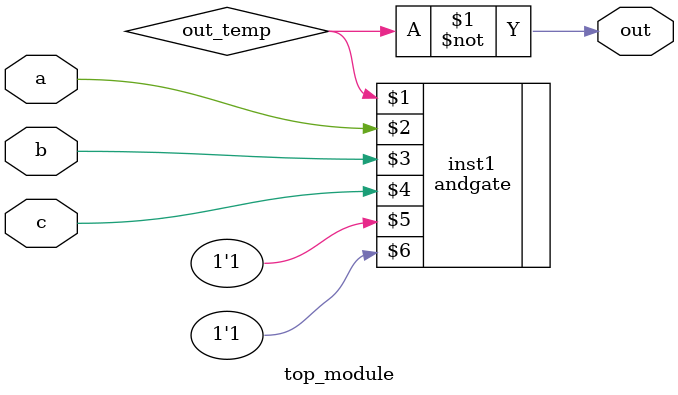
<source format=v>
module top_module (input a, input b, input c, output out);//
	wire out_temp;
    andgate inst1 (out_temp, a, b, c, 1'b1, 1'b1);
	assign out = ~out_temp;
endmodule

</source>
